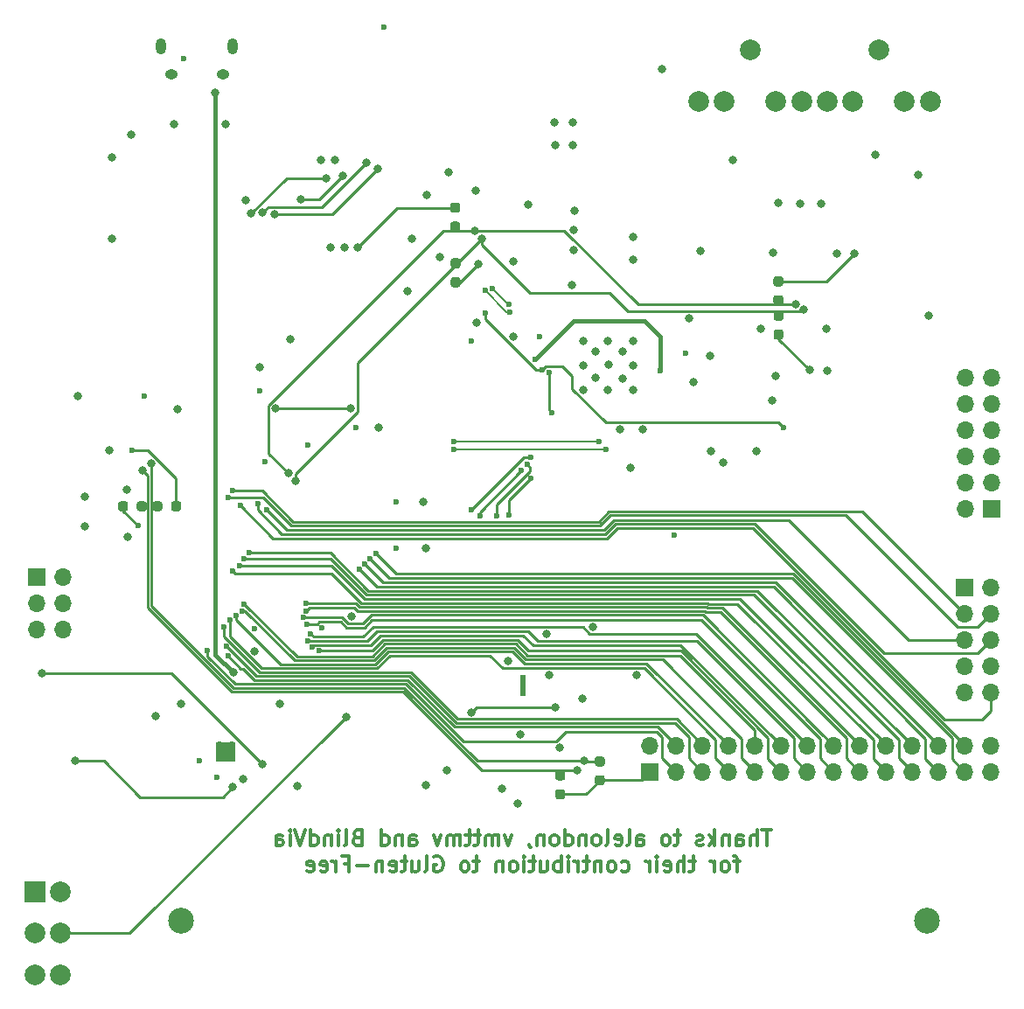
<source format=gbl>
%TF.GenerationSoftware,KiCad,Pcbnew,(5.1.10)-1*%
%TF.CreationDate,2021-10-14T15:05:34-04:00*%
%TF.ProjectId,gf-minus1,67662d6d-696e-4757-9331-2e6b69636164,rev?*%
%TF.SameCoordinates,Original*%
%TF.FileFunction,Copper,L4,Bot*%
%TF.FilePolarity,Positive*%
%FSLAX46Y46*%
G04 Gerber Fmt 4.6, Leading zero omitted, Abs format (unit mm)*
G04 Created by KiCad (PCBNEW (5.1.10)-1) date 2021-10-14 15:05:34*
%MOMM*%
%LPD*%
G01*
G04 APERTURE LIST*
%TA.AperFunction,NonConductor*%
%ADD10C,0.300000*%
%TD*%
%TA.AperFunction,ComponentPad*%
%ADD11R,1.700000X1.700000*%
%TD*%
%TA.AperFunction,ComponentPad*%
%ADD12O,1.700000X1.700000*%
%TD*%
%TA.AperFunction,ComponentPad*%
%ADD13C,0.600000*%
%TD*%
%TA.AperFunction,SMDPad,CuDef*%
%ADD14R,0.600000X2.000000*%
%TD*%
%TA.AperFunction,ComponentPad*%
%ADD15C,0.700000*%
%TD*%
%TA.AperFunction,SMDPad,CuDef*%
%ADD16R,1.900000X1.900000*%
%TD*%
%TA.AperFunction,ComponentPad*%
%ADD17R,2.000000X2.000000*%
%TD*%
%TA.AperFunction,ComponentPad*%
%ADD18C,2.000000*%
%TD*%
%TA.AperFunction,ComponentPad*%
%ADD19O,1.000000X1.550000*%
%TD*%
%TA.AperFunction,ComponentPad*%
%ADD20O,1.250000X0.950000*%
%TD*%
%TA.AperFunction,ComponentPad*%
%ADD21C,2.500000*%
%TD*%
%TA.AperFunction,ViaPad*%
%ADD22C,0.800000*%
%TD*%
%TA.AperFunction,ViaPad*%
%ADD23C,0.600000*%
%TD*%
%TA.AperFunction,Conductor*%
%ADD24C,0.400000*%
%TD*%
%TA.AperFunction,Conductor*%
%ADD25C,0.250000*%
%TD*%
%TA.AperFunction,Conductor*%
%ADD26C,0.127000*%
%TD*%
G04 APERTURE END LIST*
D10*
X125779428Y-128988571D02*
X124922285Y-128988571D01*
X125350857Y-130488571D02*
X125350857Y-128988571D01*
X124422285Y-130488571D02*
X124422285Y-128988571D01*
X123779428Y-130488571D02*
X123779428Y-129702857D01*
X123850857Y-129560000D01*
X123993714Y-129488571D01*
X124208000Y-129488571D01*
X124350857Y-129560000D01*
X124422285Y-129631428D01*
X122422285Y-130488571D02*
X122422285Y-129702857D01*
X122493714Y-129560000D01*
X122636571Y-129488571D01*
X122922285Y-129488571D01*
X123065142Y-129560000D01*
X122422285Y-130417142D02*
X122565142Y-130488571D01*
X122922285Y-130488571D01*
X123065142Y-130417142D01*
X123136571Y-130274285D01*
X123136571Y-130131428D01*
X123065142Y-129988571D01*
X122922285Y-129917142D01*
X122565142Y-129917142D01*
X122422285Y-129845714D01*
X121708000Y-129488571D02*
X121708000Y-130488571D01*
X121708000Y-129631428D02*
X121636571Y-129560000D01*
X121493714Y-129488571D01*
X121279428Y-129488571D01*
X121136571Y-129560000D01*
X121065142Y-129702857D01*
X121065142Y-130488571D01*
X120350857Y-130488571D02*
X120350857Y-128988571D01*
X120208000Y-129917142D02*
X119779428Y-130488571D01*
X119779428Y-129488571D02*
X120350857Y-130060000D01*
X119208000Y-130417142D02*
X119065142Y-130488571D01*
X118779428Y-130488571D01*
X118636571Y-130417142D01*
X118565142Y-130274285D01*
X118565142Y-130202857D01*
X118636571Y-130060000D01*
X118779428Y-129988571D01*
X118993714Y-129988571D01*
X119136571Y-129917142D01*
X119208000Y-129774285D01*
X119208000Y-129702857D01*
X119136571Y-129560000D01*
X118993714Y-129488571D01*
X118779428Y-129488571D01*
X118636571Y-129560000D01*
X116993714Y-129488571D02*
X116422285Y-129488571D01*
X116779428Y-128988571D02*
X116779428Y-130274285D01*
X116708000Y-130417142D01*
X116565142Y-130488571D01*
X116422285Y-130488571D01*
X115707999Y-130488571D02*
X115850857Y-130417142D01*
X115922285Y-130345714D01*
X115993714Y-130202857D01*
X115993714Y-129774285D01*
X115922285Y-129631428D01*
X115850857Y-129560000D01*
X115707999Y-129488571D01*
X115493714Y-129488571D01*
X115350857Y-129560000D01*
X115279428Y-129631428D01*
X115207999Y-129774285D01*
X115207999Y-130202857D01*
X115279428Y-130345714D01*
X115350857Y-130417142D01*
X115493714Y-130488571D01*
X115707999Y-130488571D01*
X112779428Y-130488571D02*
X112779428Y-129702857D01*
X112850857Y-129560000D01*
X112993714Y-129488571D01*
X113279428Y-129488571D01*
X113422285Y-129560000D01*
X112779428Y-130417142D02*
X112922285Y-130488571D01*
X113279428Y-130488571D01*
X113422285Y-130417142D01*
X113493714Y-130274285D01*
X113493714Y-130131428D01*
X113422285Y-129988571D01*
X113279428Y-129917142D01*
X112922285Y-129917142D01*
X112779428Y-129845714D01*
X111850857Y-130488571D02*
X111993714Y-130417142D01*
X112065142Y-130274285D01*
X112065142Y-128988571D01*
X110707999Y-130417142D02*
X110850857Y-130488571D01*
X111136571Y-130488571D01*
X111279428Y-130417142D01*
X111350857Y-130274285D01*
X111350857Y-129702857D01*
X111279428Y-129560000D01*
X111136571Y-129488571D01*
X110850857Y-129488571D01*
X110707999Y-129560000D01*
X110636571Y-129702857D01*
X110636571Y-129845714D01*
X111350857Y-129988571D01*
X109779428Y-130488571D02*
X109922285Y-130417142D01*
X109993714Y-130274285D01*
X109993714Y-128988571D01*
X108993714Y-130488571D02*
X109136571Y-130417142D01*
X109207999Y-130345714D01*
X109279428Y-130202857D01*
X109279428Y-129774285D01*
X109207999Y-129631428D01*
X109136571Y-129560000D01*
X108993714Y-129488571D01*
X108779428Y-129488571D01*
X108636571Y-129560000D01*
X108565142Y-129631428D01*
X108493714Y-129774285D01*
X108493714Y-130202857D01*
X108565142Y-130345714D01*
X108636571Y-130417142D01*
X108779428Y-130488571D01*
X108993714Y-130488571D01*
X107850857Y-129488571D02*
X107850857Y-130488571D01*
X107850857Y-129631428D02*
X107779428Y-129560000D01*
X107636571Y-129488571D01*
X107422285Y-129488571D01*
X107279428Y-129560000D01*
X107207999Y-129702857D01*
X107207999Y-130488571D01*
X105850857Y-130488571D02*
X105850857Y-128988571D01*
X105850857Y-130417142D02*
X105993714Y-130488571D01*
X106279428Y-130488571D01*
X106422285Y-130417142D01*
X106493714Y-130345714D01*
X106565142Y-130202857D01*
X106565142Y-129774285D01*
X106493714Y-129631428D01*
X106422285Y-129560000D01*
X106279428Y-129488571D01*
X105993714Y-129488571D01*
X105850857Y-129560000D01*
X104922285Y-130488571D02*
X105065142Y-130417142D01*
X105136571Y-130345714D01*
X105207999Y-130202857D01*
X105207999Y-129774285D01*
X105136571Y-129631428D01*
X105065142Y-129560000D01*
X104922285Y-129488571D01*
X104707999Y-129488571D01*
X104565142Y-129560000D01*
X104493714Y-129631428D01*
X104422285Y-129774285D01*
X104422285Y-130202857D01*
X104493714Y-130345714D01*
X104565142Y-130417142D01*
X104707999Y-130488571D01*
X104922285Y-130488571D01*
X103779428Y-129488571D02*
X103779428Y-130488571D01*
X103779428Y-129631428D02*
X103707999Y-129560000D01*
X103565142Y-129488571D01*
X103350857Y-129488571D01*
X103207999Y-129560000D01*
X103136571Y-129702857D01*
X103136571Y-130488571D01*
X102350857Y-130417142D02*
X102350857Y-130488571D01*
X102422285Y-130631428D01*
X102493714Y-130702857D01*
X100707999Y-129488571D02*
X100350857Y-130488571D01*
X99993714Y-129488571D01*
X99422285Y-130488571D02*
X99422285Y-129488571D01*
X99422285Y-129631428D02*
X99350857Y-129560000D01*
X99207999Y-129488571D01*
X98993714Y-129488571D01*
X98850857Y-129560000D01*
X98779428Y-129702857D01*
X98779428Y-130488571D01*
X98779428Y-129702857D02*
X98707999Y-129560000D01*
X98565142Y-129488571D01*
X98350857Y-129488571D01*
X98207999Y-129560000D01*
X98136571Y-129702857D01*
X98136571Y-130488571D01*
X97636571Y-129488571D02*
X97065142Y-129488571D01*
X97422285Y-128988571D02*
X97422285Y-130274285D01*
X97350857Y-130417142D01*
X97207999Y-130488571D01*
X97065142Y-130488571D01*
X96779428Y-129488571D02*
X96207999Y-129488571D01*
X96565142Y-128988571D02*
X96565142Y-130274285D01*
X96493714Y-130417142D01*
X96350857Y-130488571D01*
X96207999Y-130488571D01*
X95707999Y-130488571D02*
X95707999Y-129488571D01*
X95707999Y-129631428D02*
X95636571Y-129560000D01*
X95493714Y-129488571D01*
X95279428Y-129488571D01*
X95136571Y-129560000D01*
X95065142Y-129702857D01*
X95065142Y-130488571D01*
X95065142Y-129702857D02*
X94993714Y-129560000D01*
X94850857Y-129488571D01*
X94636571Y-129488571D01*
X94493714Y-129560000D01*
X94422285Y-129702857D01*
X94422285Y-130488571D01*
X93850857Y-129488571D02*
X93493714Y-130488571D01*
X93136571Y-129488571D01*
X90779428Y-130488571D02*
X90779428Y-129702857D01*
X90850857Y-129560000D01*
X90993714Y-129488571D01*
X91279428Y-129488571D01*
X91422285Y-129560000D01*
X90779428Y-130417142D02*
X90922285Y-130488571D01*
X91279428Y-130488571D01*
X91422285Y-130417142D01*
X91493714Y-130274285D01*
X91493714Y-130131428D01*
X91422285Y-129988571D01*
X91279428Y-129917142D01*
X90922285Y-129917142D01*
X90779428Y-129845714D01*
X90065142Y-129488571D02*
X90065142Y-130488571D01*
X90065142Y-129631428D02*
X89993714Y-129560000D01*
X89850857Y-129488571D01*
X89636571Y-129488571D01*
X89493714Y-129560000D01*
X89422285Y-129702857D01*
X89422285Y-130488571D01*
X88065142Y-130488571D02*
X88065142Y-128988571D01*
X88065142Y-130417142D02*
X88207999Y-130488571D01*
X88493714Y-130488571D01*
X88636571Y-130417142D01*
X88707999Y-130345714D01*
X88779428Y-130202857D01*
X88779428Y-129774285D01*
X88707999Y-129631428D01*
X88636571Y-129560000D01*
X88493714Y-129488571D01*
X88207999Y-129488571D01*
X88065142Y-129560000D01*
X85707999Y-129702857D02*
X85493714Y-129774285D01*
X85422285Y-129845714D01*
X85350857Y-129988571D01*
X85350857Y-130202857D01*
X85422285Y-130345714D01*
X85493714Y-130417142D01*
X85636571Y-130488571D01*
X86207999Y-130488571D01*
X86207999Y-128988571D01*
X85707999Y-128988571D01*
X85565142Y-129060000D01*
X85493714Y-129131428D01*
X85422285Y-129274285D01*
X85422285Y-129417142D01*
X85493714Y-129560000D01*
X85565142Y-129631428D01*
X85707999Y-129702857D01*
X86207999Y-129702857D01*
X84493714Y-130488571D02*
X84636571Y-130417142D01*
X84707999Y-130274285D01*
X84707999Y-128988571D01*
X83922285Y-130488571D02*
X83922285Y-129488571D01*
X83922285Y-128988571D02*
X83993714Y-129060000D01*
X83922285Y-129131428D01*
X83850857Y-129060000D01*
X83922285Y-128988571D01*
X83922285Y-129131428D01*
X83207999Y-129488571D02*
X83207999Y-130488571D01*
X83207999Y-129631428D02*
X83136571Y-129560000D01*
X82993714Y-129488571D01*
X82779428Y-129488571D01*
X82636571Y-129560000D01*
X82565142Y-129702857D01*
X82565142Y-130488571D01*
X81207999Y-130488571D02*
X81207999Y-128988571D01*
X81207999Y-130417142D02*
X81350857Y-130488571D01*
X81636571Y-130488571D01*
X81779428Y-130417142D01*
X81850857Y-130345714D01*
X81922285Y-130202857D01*
X81922285Y-129774285D01*
X81850857Y-129631428D01*
X81779428Y-129560000D01*
X81636571Y-129488571D01*
X81350857Y-129488571D01*
X81207999Y-129560000D01*
X80707999Y-128988571D02*
X80207999Y-130488571D01*
X79707999Y-128988571D01*
X79207999Y-130488571D02*
X79207999Y-129488571D01*
X79207999Y-128988571D02*
X79279428Y-129060000D01*
X79207999Y-129131428D01*
X79136571Y-129060000D01*
X79207999Y-128988571D01*
X79207999Y-129131428D01*
X77850857Y-130488571D02*
X77850857Y-129702857D01*
X77922285Y-129560000D01*
X78065142Y-129488571D01*
X78350857Y-129488571D01*
X78493714Y-129560000D01*
X77850857Y-130417142D02*
X77993714Y-130488571D01*
X78350857Y-130488571D01*
X78493714Y-130417142D01*
X78565142Y-130274285D01*
X78565142Y-130131428D01*
X78493714Y-129988571D01*
X78350857Y-129917142D01*
X77993714Y-129917142D01*
X77850857Y-129845714D01*
X122743714Y-132038571D02*
X122172285Y-132038571D01*
X122529428Y-133038571D02*
X122529428Y-131752857D01*
X122458000Y-131610000D01*
X122315142Y-131538571D01*
X122172285Y-131538571D01*
X121458000Y-133038571D02*
X121600857Y-132967142D01*
X121672285Y-132895714D01*
X121743714Y-132752857D01*
X121743714Y-132324285D01*
X121672285Y-132181428D01*
X121600857Y-132110000D01*
X121458000Y-132038571D01*
X121243714Y-132038571D01*
X121100857Y-132110000D01*
X121029428Y-132181428D01*
X120958000Y-132324285D01*
X120958000Y-132752857D01*
X121029428Y-132895714D01*
X121100857Y-132967142D01*
X121243714Y-133038571D01*
X121458000Y-133038571D01*
X120315142Y-133038571D02*
X120315142Y-132038571D01*
X120315142Y-132324285D02*
X120243714Y-132181428D01*
X120172285Y-132110000D01*
X120029428Y-132038571D01*
X119886571Y-132038571D01*
X118458000Y-132038571D02*
X117886571Y-132038571D01*
X118243714Y-131538571D02*
X118243714Y-132824285D01*
X118172285Y-132967142D01*
X118029428Y-133038571D01*
X117886571Y-133038571D01*
X117386571Y-133038571D02*
X117386571Y-131538571D01*
X116743714Y-133038571D02*
X116743714Y-132252857D01*
X116815142Y-132110000D01*
X116958000Y-132038571D01*
X117172285Y-132038571D01*
X117315142Y-132110000D01*
X117386571Y-132181428D01*
X115458000Y-132967142D02*
X115600857Y-133038571D01*
X115886571Y-133038571D01*
X116029428Y-132967142D01*
X116100857Y-132824285D01*
X116100857Y-132252857D01*
X116029428Y-132110000D01*
X115886571Y-132038571D01*
X115600857Y-132038571D01*
X115458000Y-132110000D01*
X115386571Y-132252857D01*
X115386571Y-132395714D01*
X116100857Y-132538571D01*
X114743714Y-133038571D02*
X114743714Y-132038571D01*
X114743714Y-131538571D02*
X114815142Y-131610000D01*
X114743714Y-131681428D01*
X114672285Y-131610000D01*
X114743714Y-131538571D01*
X114743714Y-131681428D01*
X114029428Y-133038571D02*
X114029428Y-132038571D01*
X114029428Y-132324285D02*
X113958000Y-132181428D01*
X113886571Y-132110000D01*
X113743714Y-132038571D01*
X113600857Y-132038571D01*
X111315142Y-132967142D02*
X111458000Y-133038571D01*
X111743714Y-133038571D01*
X111886571Y-132967142D01*
X111958000Y-132895714D01*
X112029428Y-132752857D01*
X112029428Y-132324285D01*
X111958000Y-132181428D01*
X111886571Y-132110000D01*
X111743714Y-132038571D01*
X111458000Y-132038571D01*
X111315142Y-132110000D01*
X110458000Y-133038571D02*
X110600857Y-132967142D01*
X110672285Y-132895714D01*
X110743714Y-132752857D01*
X110743714Y-132324285D01*
X110672285Y-132181428D01*
X110600857Y-132110000D01*
X110458000Y-132038571D01*
X110243714Y-132038571D01*
X110100857Y-132110000D01*
X110029428Y-132181428D01*
X109958000Y-132324285D01*
X109958000Y-132752857D01*
X110029428Y-132895714D01*
X110100857Y-132967142D01*
X110243714Y-133038571D01*
X110458000Y-133038571D01*
X109315142Y-132038571D02*
X109315142Y-133038571D01*
X109315142Y-132181428D02*
X109243714Y-132110000D01*
X109100857Y-132038571D01*
X108886571Y-132038571D01*
X108743714Y-132110000D01*
X108672285Y-132252857D01*
X108672285Y-133038571D01*
X108172285Y-132038571D02*
X107600857Y-132038571D01*
X107958000Y-131538571D02*
X107958000Y-132824285D01*
X107886571Y-132967142D01*
X107743714Y-133038571D01*
X107600857Y-133038571D01*
X107100857Y-133038571D02*
X107100857Y-132038571D01*
X107100857Y-132324285D02*
X107029428Y-132181428D01*
X106958000Y-132110000D01*
X106815142Y-132038571D01*
X106672285Y-132038571D01*
X106172285Y-133038571D02*
X106172285Y-132038571D01*
X106172285Y-131538571D02*
X106243714Y-131610000D01*
X106172285Y-131681428D01*
X106100857Y-131610000D01*
X106172285Y-131538571D01*
X106172285Y-131681428D01*
X105458000Y-133038571D02*
X105458000Y-131538571D01*
X105458000Y-132110000D02*
X105315142Y-132038571D01*
X105029428Y-132038571D01*
X104886571Y-132110000D01*
X104815142Y-132181428D01*
X104743714Y-132324285D01*
X104743714Y-132752857D01*
X104815142Y-132895714D01*
X104886571Y-132967142D01*
X105029428Y-133038571D01*
X105315142Y-133038571D01*
X105458000Y-132967142D01*
X103458000Y-132038571D02*
X103458000Y-133038571D01*
X104100857Y-132038571D02*
X104100857Y-132824285D01*
X104029428Y-132967142D01*
X103886571Y-133038571D01*
X103672285Y-133038571D01*
X103529428Y-132967142D01*
X103458000Y-132895714D01*
X102958000Y-132038571D02*
X102386571Y-132038571D01*
X102743714Y-131538571D02*
X102743714Y-132824285D01*
X102672285Y-132967142D01*
X102529428Y-133038571D01*
X102386571Y-133038571D01*
X101886571Y-133038571D02*
X101886571Y-132038571D01*
X101886571Y-131538571D02*
X101958000Y-131610000D01*
X101886571Y-131681428D01*
X101815142Y-131610000D01*
X101886571Y-131538571D01*
X101886571Y-131681428D01*
X100958000Y-133038571D02*
X101100857Y-132967142D01*
X101172285Y-132895714D01*
X101243714Y-132752857D01*
X101243714Y-132324285D01*
X101172285Y-132181428D01*
X101100857Y-132110000D01*
X100958000Y-132038571D01*
X100743714Y-132038571D01*
X100600857Y-132110000D01*
X100529428Y-132181428D01*
X100458000Y-132324285D01*
X100458000Y-132752857D01*
X100529428Y-132895714D01*
X100600857Y-132967142D01*
X100743714Y-133038571D01*
X100958000Y-133038571D01*
X99815142Y-132038571D02*
X99815142Y-133038571D01*
X99815142Y-132181428D02*
X99743714Y-132110000D01*
X99600857Y-132038571D01*
X99386571Y-132038571D01*
X99243714Y-132110000D01*
X99172285Y-132252857D01*
X99172285Y-133038571D01*
X97529428Y-132038571D02*
X96958000Y-132038571D01*
X97315142Y-131538571D02*
X97315142Y-132824285D01*
X97243714Y-132967142D01*
X97100857Y-133038571D01*
X96958000Y-133038571D01*
X96243714Y-133038571D02*
X96386571Y-132967142D01*
X96458000Y-132895714D01*
X96529428Y-132752857D01*
X96529428Y-132324285D01*
X96458000Y-132181428D01*
X96386571Y-132110000D01*
X96243714Y-132038571D01*
X96029428Y-132038571D01*
X95886571Y-132110000D01*
X95815142Y-132181428D01*
X95743714Y-132324285D01*
X95743714Y-132752857D01*
X95815142Y-132895714D01*
X95886571Y-132967142D01*
X96029428Y-133038571D01*
X96243714Y-133038571D01*
X93172285Y-131610000D02*
X93315142Y-131538571D01*
X93529428Y-131538571D01*
X93743714Y-131610000D01*
X93886571Y-131752857D01*
X93958000Y-131895714D01*
X94029428Y-132181428D01*
X94029428Y-132395714D01*
X93958000Y-132681428D01*
X93886571Y-132824285D01*
X93743714Y-132967142D01*
X93529428Y-133038571D01*
X93386571Y-133038571D01*
X93172285Y-132967142D01*
X93100857Y-132895714D01*
X93100857Y-132395714D01*
X93386571Y-132395714D01*
X92243714Y-133038571D02*
X92386571Y-132967142D01*
X92458000Y-132824285D01*
X92458000Y-131538571D01*
X91029428Y-132038571D02*
X91029428Y-133038571D01*
X91672285Y-132038571D02*
X91672285Y-132824285D01*
X91600857Y-132967142D01*
X91458000Y-133038571D01*
X91243714Y-133038571D01*
X91100857Y-132967142D01*
X91029428Y-132895714D01*
X90529428Y-132038571D02*
X89958000Y-132038571D01*
X90315142Y-131538571D02*
X90315142Y-132824285D01*
X90243714Y-132967142D01*
X90100857Y-133038571D01*
X89958000Y-133038571D01*
X88886571Y-132967142D02*
X89029428Y-133038571D01*
X89315142Y-133038571D01*
X89458000Y-132967142D01*
X89529428Y-132824285D01*
X89529428Y-132252857D01*
X89458000Y-132110000D01*
X89315142Y-132038571D01*
X89029428Y-132038571D01*
X88886571Y-132110000D01*
X88815142Y-132252857D01*
X88815142Y-132395714D01*
X89529428Y-132538571D01*
X88172285Y-132038571D02*
X88172285Y-133038571D01*
X88172285Y-132181428D02*
X88100857Y-132110000D01*
X87958000Y-132038571D01*
X87743714Y-132038571D01*
X87600857Y-132110000D01*
X87529428Y-132252857D01*
X87529428Y-133038571D01*
X86815142Y-132467142D02*
X85672285Y-132467142D01*
X84458000Y-132252857D02*
X84958000Y-132252857D01*
X84958000Y-133038571D02*
X84958000Y-131538571D01*
X84243714Y-131538571D01*
X83672285Y-133038571D02*
X83672285Y-132038571D01*
X83672285Y-132324285D02*
X83600857Y-132181428D01*
X83529428Y-132110000D01*
X83386571Y-132038571D01*
X83243714Y-132038571D01*
X82172285Y-132967142D02*
X82315142Y-133038571D01*
X82600857Y-133038571D01*
X82743714Y-132967142D01*
X82815142Y-132824285D01*
X82815142Y-132252857D01*
X82743714Y-132110000D01*
X82600857Y-132038571D01*
X82315142Y-132038571D01*
X82172285Y-132110000D01*
X82100857Y-132252857D01*
X82100857Y-132395714D01*
X82815142Y-132538571D01*
X80886571Y-132967142D02*
X81029428Y-133038571D01*
X81315142Y-133038571D01*
X81458000Y-132967142D01*
X81529428Y-132824285D01*
X81529428Y-132252857D01*
X81458000Y-132110000D01*
X81315142Y-132038571D01*
X81029428Y-132038571D01*
X80886571Y-132110000D01*
X80815142Y-132252857D01*
X80815142Y-132395714D01*
X81529428Y-132538571D01*
%TA.AperFunction,SMDPad,CuDef*%
G36*
G01*
X109447500Y-124672500D02*
X108972500Y-124672500D01*
G75*
G02*
X108735000Y-124435000I0J237500D01*
G01*
X108735000Y-123935000D01*
G75*
G02*
X108972500Y-123697500I237500J0D01*
G01*
X109447500Y-123697500D01*
G75*
G02*
X109685000Y-123935000I0J-237500D01*
G01*
X109685000Y-124435000D01*
G75*
G02*
X109447500Y-124672500I-237500J0D01*
G01*
G37*
%TD.AperFunction*%
%TA.AperFunction,SMDPad,CuDef*%
G36*
G01*
X109447500Y-122847500D02*
X108972500Y-122847500D01*
G75*
G02*
X108735000Y-122610000I0J237500D01*
G01*
X108735000Y-122110000D01*
G75*
G02*
X108972500Y-121872500I237500J0D01*
G01*
X109447500Y-121872500D01*
G75*
G02*
X109685000Y-122110000I0J-237500D01*
G01*
X109685000Y-122610000D01*
G75*
G02*
X109447500Y-122847500I-237500J0D01*
G01*
G37*
%TD.AperFunction*%
%TA.AperFunction,SMDPad,CuDef*%
G36*
G01*
X105617500Y-126012500D02*
X105142500Y-126012500D01*
G75*
G02*
X104905000Y-125775000I0J237500D01*
G01*
X104905000Y-125275000D01*
G75*
G02*
X105142500Y-125037500I237500J0D01*
G01*
X105617500Y-125037500D01*
G75*
G02*
X105855000Y-125275000I0J-237500D01*
G01*
X105855000Y-125775000D01*
G75*
G02*
X105617500Y-126012500I-237500J0D01*
G01*
G37*
%TD.AperFunction*%
%TA.AperFunction,SMDPad,CuDef*%
G36*
G01*
X105617500Y-124187500D02*
X105142500Y-124187500D01*
G75*
G02*
X104905000Y-123950000I0J237500D01*
G01*
X104905000Y-123450000D01*
G75*
G02*
X105142500Y-123212500I237500J0D01*
G01*
X105617500Y-123212500D01*
G75*
G02*
X105855000Y-123450000I0J-237500D01*
G01*
X105855000Y-123950000D01*
G75*
G02*
X105617500Y-124187500I-237500J0D01*
G01*
G37*
%TD.AperFunction*%
%TA.AperFunction,SMDPad,CuDef*%
G36*
G01*
X126262500Y-75380000D02*
X126737500Y-75380000D01*
G75*
G02*
X126975000Y-75617500I0J-237500D01*
G01*
X126975000Y-76117500D01*
G75*
G02*
X126737500Y-76355000I-237500J0D01*
G01*
X126262500Y-76355000D01*
G75*
G02*
X126025000Y-76117500I0J237500D01*
G01*
X126025000Y-75617500D01*
G75*
G02*
X126262500Y-75380000I237500J0D01*
G01*
G37*
%TD.AperFunction*%
%TA.AperFunction,SMDPad,CuDef*%
G36*
G01*
X126262500Y-77205000D02*
X126737500Y-77205000D01*
G75*
G02*
X126975000Y-77442500I0J-237500D01*
G01*
X126975000Y-77942500D01*
G75*
G02*
X126737500Y-78180000I-237500J0D01*
G01*
X126262500Y-78180000D01*
G75*
G02*
X126025000Y-77942500I0J237500D01*
G01*
X126025000Y-77442500D01*
G75*
G02*
X126262500Y-77205000I237500J0D01*
G01*
G37*
%TD.AperFunction*%
%TA.AperFunction,SMDPad,CuDef*%
G36*
G01*
X126747500Y-81502500D02*
X126272500Y-81502500D01*
G75*
G02*
X126035000Y-81265000I0J237500D01*
G01*
X126035000Y-80765000D01*
G75*
G02*
X126272500Y-80527500I237500J0D01*
G01*
X126747500Y-80527500D01*
G75*
G02*
X126985000Y-80765000I0J-237500D01*
G01*
X126985000Y-81265000D01*
G75*
G02*
X126747500Y-81502500I-237500J0D01*
G01*
G37*
%TD.AperFunction*%
%TA.AperFunction,SMDPad,CuDef*%
G36*
G01*
X126747500Y-79677500D02*
X126272500Y-79677500D01*
G75*
G02*
X126035000Y-79440000I0J237500D01*
G01*
X126035000Y-78940000D01*
G75*
G02*
X126272500Y-78702500I237500J0D01*
G01*
X126747500Y-78702500D01*
G75*
G02*
X126985000Y-78940000I0J-237500D01*
G01*
X126985000Y-79440000D01*
G75*
G02*
X126747500Y-79677500I-237500J0D01*
G01*
G37*
%TD.AperFunction*%
%TA.AperFunction,SMDPad,CuDef*%
G36*
G01*
X94972500Y-68257500D02*
X95447500Y-68257500D01*
G75*
G02*
X95685000Y-68495000I0J-237500D01*
G01*
X95685000Y-68995000D01*
G75*
G02*
X95447500Y-69232500I-237500J0D01*
G01*
X94972500Y-69232500D01*
G75*
G02*
X94735000Y-68995000I0J237500D01*
G01*
X94735000Y-68495000D01*
G75*
G02*
X94972500Y-68257500I237500J0D01*
G01*
G37*
%TD.AperFunction*%
%TA.AperFunction,SMDPad,CuDef*%
G36*
G01*
X94972500Y-70082500D02*
X95447500Y-70082500D01*
G75*
G02*
X95685000Y-70320000I0J-237500D01*
G01*
X95685000Y-70820000D01*
G75*
G02*
X95447500Y-71057500I-237500J0D01*
G01*
X94972500Y-71057500D01*
G75*
G02*
X94735000Y-70820000I0J237500D01*
G01*
X94735000Y-70320000D01*
G75*
G02*
X94972500Y-70082500I237500J0D01*
G01*
G37*
%TD.AperFunction*%
%TA.AperFunction,SMDPad,CuDef*%
G36*
G01*
X95487500Y-76440000D02*
X95012500Y-76440000D01*
G75*
G02*
X94775000Y-76202500I0J237500D01*
G01*
X94775000Y-75702500D01*
G75*
G02*
X95012500Y-75465000I237500J0D01*
G01*
X95487500Y-75465000D01*
G75*
G02*
X95725000Y-75702500I0J-237500D01*
G01*
X95725000Y-76202500D01*
G75*
G02*
X95487500Y-76440000I-237500J0D01*
G01*
G37*
%TD.AperFunction*%
%TA.AperFunction,SMDPad,CuDef*%
G36*
G01*
X95487500Y-74615000D02*
X95012500Y-74615000D01*
G75*
G02*
X94775000Y-74377500I0J237500D01*
G01*
X94775000Y-73877500D01*
G75*
G02*
X95012500Y-73640000I237500J0D01*
G01*
X95487500Y-73640000D01*
G75*
G02*
X95725000Y-73877500I0J-237500D01*
G01*
X95725000Y-74377500D01*
G75*
G02*
X95487500Y-74615000I-237500J0D01*
G01*
G37*
%TD.AperFunction*%
%TA.AperFunction,SMDPad,CuDef*%
G36*
G01*
X68680000Y-97402500D02*
X68680000Y-97877500D01*
G75*
G02*
X68442500Y-98115000I-237500J0D01*
G01*
X67942500Y-98115000D01*
G75*
G02*
X67705000Y-97877500I0J237500D01*
G01*
X67705000Y-97402500D01*
G75*
G02*
X67942500Y-97165000I237500J0D01*
G01*
X68442500Y-97165000D01*
G75*
G02*
X68680000Y-97402500I0J-237500D01*
G01*
G37*
%TD.AperFunction*%
%TA.AperFunction,SMDPad,CuDef*%
G36*
G01*
X66855000Y-97402500D02*
X66855000Y-97877500D01*
G75*
G02*
X66617500Y-98115000I-237500J0D01*
G01*
X66117500Y-98115000D01*
G75*
G02*
X65880000Y-97877500I0J237500D01*
G01*
X65880000Y-97402500D01*
G75*
G02*
X66117500Y-97165000I237500J0D01*
G01*
X66617500Y-97165000D01*
G75*
G02*
X66855000Y-97402500I0J-237500D01*
G01*
G37*
%TD.AperFunction*%
%TA.AperFunction,SMDPad,CuDef*%
G36*
G01*
X62560000Y-97887500D02*
X62560000Y-97412500D01*
G75*
G02*
X62797500Y-97175000I237500J0D01*
G01*
X63297500Y-97175000D01*
G75*
G02*
X63535000Y-97412500I0J-237500D01*
G01*
X63535000Y-97887500D01*
G75*
G02*
X63297500Y-98125000I-237500J0D01*
G01*
X62797500Y-98125000D01*
G75*
G02*
X62560000Y-97887500I0J237500D01*
G01*
G37*
%TD.AperFunction*%
%TA.AperFunction,SMDPad,CuDef*%
G36*
G01*
X64385000Y-97887500D02*
X64385000Y-97412500D01*
G75*
G02*
X64622500Y-97175000I237500J0D01*
G01*
X65122500Y-97175000D01*
G75*
G02*
X65360000Y-97412500I0J-237500D01*
G01*
X65360000Y-97887500D01*
G75*
G02*
X65122500Y-98125000I-237500J0D01*
G01*
X64622500Y-98125000D01*
G75*
G02*
X64385000Y-97887500I0J237500D01*
G01*
G37*
%TD.AperFunction*%
D11*
X114060000Y-123350000D03*
D12*
X114060000Y-120810000D03*
X116600000Y-123350000D03*
X116600000Y-120810000D03*
X119140000Y-123350000D03*
X119140000Y-120810000D03*
X121680000Y-123350000D03*
X121680000Y-120810000D03*
X124220000Y-123350000D03*
X124220000Y-120810000D03*
X126760000Y-123350000D03*
X126760000Y-120810000D03*
X129300000Y-123350000D03*
X129300000Y-120810000D03*
X131840000Y-123350000D03*
X131840000Y-120810000D03*
X134380000Y-123350000D03*
X134380000Y-120810000D03*
X136920000Y-123350000D03*
X136920000Y-120810000D03*
X139460000Y-123350000D03*
X139460000Y-120810000D03*
X142000000Y-123350000D03*
X142000000Y-120810000D03*
X144540000Y-123350000D03*
X144540000Y-120810000D03*
X147080000Y-123350000D03*
X147080000Y-120810000D03*
D11*
X144560000Y-105558000D03*
D12*
X147100000Y-105558000D03*
X144560000Y-108098000D03*
X147100000Y-108098000D03*
X144560000Y-110638000D03*
X147100000Y-110638000D03*
X144560000Y-113178000D03*
X147100000Y-113178000D03*
X144560000Y-115718000D03*
X147100000Y-115718000D03*
D13*
X101800000Y-114300000D03*
X101800000Y-115700000D03*
D14*
X101800000Y-115000000D03*
D15*
X72400000Y-120800000D03*
X73600000Y-120800000D03*
X72400000Y-122000000D03*
X73600000Y-122000000D03*
D16*
X73000000Y-121400000D03*
D17*
X54500000Y-135000000D03*
D18*
X54500000Y-139000000D03*
X54500000Y-143000000D03*
X57000000Y-135000000D03*
X57000000Y-139000000D03*
X57000000Y-143000000D03*
X118750000Y-58450000D03*
X121250000Y-58450000D03*
X126250000Y-58450000D03*
X128750000Y-58450000D03*
X123750000Y-53450000D03*
X131200000Y-58450000D03*
X133700000Y-58450000D03*
X138700000Y-58450000D03*
X141200000Y-58450000D03*
X136200000Y-53450000D03*
D11*
X54660000Y-104460000D03*
D12*
X57200000Y-104460000D03*
X54660000Y-107000000D03*
X57200000Y-107000000D03*
X54660000Y-109540000D03*
X57200000Y-109540000D03*
X144570000Y-85238000D03*
X147110000Y-85238000D03*
X144570000Y-87778000D03*
X147110000Y-87778000D03*
X144570000Y-90318000D03*
X147110000Y-90318000D03*
X144570000Y-92858000D03*
X147110000Y-92858000D03*
X144570000Y-95398000D03*
X147110000Y-95398000D03*
X144570000Y-97938000D03*
D11*
X147110000Y-97938000D03*
D19*
X66700000Y-53100000D03*
X73700000Y-53100000D03*
D20*
X72700000Y-55800000D03*
X67700000Y-55800000D03*
D21*
X68670000Y-137750000D03*
X140890000Y-137750000D03*
D22*
X72000000Y-57600000D03*
X73750000Y-113750004D03*
X108800000Y-85200000D03*
X111400000Y-85300000D03*
X111400000Y-82700000D03*
X108800000Y-82700000D03*
X110100000Y-83900000D03*
X112400000Y-84000000D03*
X107600000Y-84000000D03*
X110000000Y-86400000D03*
X110000000Y-81600000D03*
X107600000Y-86400000D03*
X112400000Y-86400000D03*
X112400000Y-81600000D03*
X107600000Y-81600000D03*
X101300000Y-126400000D03*
X99700000Y-125000000D03*
X119890000Y-83060000D03*
X92080000Y-97187500D03*
X92330000Y-101687500D03*
X76275000Y-84210000D03*
X90560000Y-76810000D03*
X97280000Y-79895000D03*
X100830000Y-81250000D03*
X131160000Y-80462500D03*
X141040000Y-79200000D03*
X126020000Y-73050000D03*
X124390000Y-92300000D03*
X125930000Y-87400000D03*
X112200000Y-93890000D03*
X78240000Y-116800000D03*
X74700000Y-124040000D03*
X92400000Y-124660000D03*
X108510000Y-109320000D03*
X68025000Y-60680000D03*
X73000000Y-60610000D03*
X63800000Y-61630000D03*
X61980000Y-71775000D03*
X61980000Y-63825000D03*
X94380000Y-123200000D03*
X92450000Y-67490000D03*
X82200000Y-64100000D03*
X104050000Y-110000000D03*
X107525000Y-116275000D03*
X105325000Y-121025000D03*
X101500000Y-119749988D03*
X85160000Y-108340000D03*
X75775000Y-111674962D03*
X59337500Y-99587506D03*
X59337500Y-96737514D03*
X63425000Y-96025000D03*
X63500000Y-100599998D03*
X61712500Y-92187500D03*
X68360012Y-88240000D03*
X106700002Y-72800000D03*
X106700010Y-70900000D03*
X106750002Y-69000000D03*
X94530000Y-65300000D03*
X106600000Y-60450000D03*
X106600000Y-62700000D03*
X91000000Y-71750000D03*
X93750000Y-73500000D03*
X100862500Y-73950000D03*
X112400000Y-73800000D03*
X112400000Y-71600000D03*
X106500000Y-76250000D03*
X97200000Y-67100000D03*
X132125000Y-73175000D03*
X135900000Y-63650000D03*
X140075000Y-65525002D03*
X118950000Y-72899986D03*
X117850004Y-79450000D03*
X124800000Y-80462500D03*
X126200006Y-84999994D03*
X115200000Y-55300000D03*
X66200000Y-118000014D03*
X68699990Y-116800000D03*
X79900000Y-124700010D03*
X131250000Y-84499986D03*
X122100000Y-64150000D03*
X130650000Y-68349946D03*
X128650000Y-68350000D03*
X87774998Y-90025000D03*
D23*
X80930000Y-91700000D03*
X76780000Y-93310000D03*
X88290000Y-51240000D03*
X70400000Y-122250000D03*
X72140000Y-123920000D03*
D22*
X118250000Y-85580000D03*
X102260002Y-68410000D03*
D23*
X68910000Y-54290000D03*
X117500000Y-82800000D03*
X103350000Y-81250000D03*
X96750000Y-81620000D03*
D22*
X83150000Y-72550000D03*
X84500000Y-72550000D03*
X85800000Y-72550000D03*
X74900000Y-68000000D03*
X83550000Y-64100000D03*
D23*
X63950000Y-92187500D03*
X64500000Y-99525000D03*
X75775000Y-109500000D03*
X82275000Y-109450000D03*
X89500000Y-101687500D03*
X89450000Y-97187500D03*
X85600000Y-90025000D03*
X76275000Y-86450000D03*
D22*
X79250000Y-81500000D03*
X133850000Y-73200000D03*
X129525000Y-84450000D03*
X119950000Y-92300000D03*
X121137500Y-93400000D03*
X113350000Y-90200000D03*
X111150000Y-90200000D03*
X100362500Y-112637500D03*
X104350000Y-114000000D03*
X112800000Y-114000000D03*
X97450000Y-74200000D03*
X104900000Y-62700000D03*
X104850000Y-60450000D03*
X58700000Y-87000000D03*
X126450000Y-68300034D03*
D23*
X65070000Y-86960000D03*
X102950000Y-83450000D03*
X115050000Y-84500000D03*
X116400000Y-100450000D03*
X73650000Y-103900000D03*
X74300000Y-103400000D03*
X74767006Y-102739500D03*
X75250000Y-102150000D03*
X76950000Y-97950000D03*
D22*
X64950000Y-94200000D03*
X107000000Y-123250000D03*
X79750000Y-95150000D03*
X97750000Y-71750000D03*
X128921312Y-78614208D03*
D23*
X76100000Y-97397990D03*
D22*
X65800000Y-93535500D03*
X107700000Y-122300000D03*
X79050000Y-94447990D03*
X97100000Y-70950000D03*
X128150000Y-78100000D03*
X75450000Y-69300000D03*
X82740000Y-65880000D03*
X76550000Y-69200000D03*
X86600000Y-64370000D03*
X80302010Y-67922990D03*
X84300000Y-65630000D03*
D23*
X98797104Y-76541658D03*
X100450000Y-78050000D03*
D22*
X77800000Y-88200000D03*
X85100000Y-88200000D03*
D23*
X98100000Y-76748000D03*
X100500000Y-78848000D03*
X95050000Y-91408497D03*
X109100000Y-91400000D03*
X95050000Y-92135500D03*
X109850000Y-92150000D03*
X102500000Y-92900000D03*
X96800000Y-97950000D03*
X101600000Y-94200000D03*
X97600000Y-98593968D03*
X102150000Y-93600000D03*
X99208413Y-98558413D03*
X100450000Y-98500000D03*
X102533152Y-94950000D03*
X87550000Y-102239500D03*
X86964674Y-102739500D03*
X86448012Y-103250961D03*
X85901417Y-103739500D03*
X80750000Y-107050000D03*
X80805758Y-107774860D03*
X80489048Y-108429251D03*
X80889742Y-109035861D03*
X81200000Y-110000000D03*
X80939022Y-110678544D03*
X81356960Y-111273405D03*
X82048324Y-111652000D03*
X74800000Y-107100000D03*
X74570102Y-107789695D03*
X73996474Y-108236329D03*
X73401605Y-108654255D03*
X72849605Y-109350000D03*
X73035630Y-111214370D03*
X73195307Y-112154693D03*
X71200000Y-111650000D03*
X104600000Y-88550000D03*
X104300000Y-84697990D03*
X98100000Y-78950000D03*
X127000000Y-90050000D03*
X103600000Y-84450000D03*
D22*
X77725000Y-69325000D03*
X87700000Y-64970000D03*
X84650000Y-118050000D03*
X76500000Y-122600000D03*
X55200000Y-113800000D03*
X58400017Y-122299983D03*
X73700000Y-124800000D03*
X96800000Y-117600000D03*
X104900000Y-117100000D03*
D23*
X73200000Y-96800000D03*
X73700000Y-96150000D03*
X74400000Y-97600000D03*
D24*
X72000000Y-57600000D02*
X72000000Y-112000004D01*
X72000000Y-112000004D02*
X73750000Y-113750004D01*
D25*
X64500000Y-99525000D02*
X63030000Y-98055000D01*
X63030000Y-98055000D02*
X63030000Y-97730000D01*
X65416962Y-92187500D02*
X63950000Y-92187500D01*
X68165000Y-94935538D02*
X65416962Y-92187500D01*
X68165000Y-97640000D02*
X68165000Y-94935538D01*
X131152500Y-75897500D02*
X133850000Y-73200000D01*
X126500000Y-75897500D02*
X131152500Y-75897500D01*
X126510000Y-81435000D02*
X129525000Y-84450000D01*
X126510000Y-81015000D02*
X126510000Y-81435000D01*
X89605000Y-68745000D02*
X85800000Y-72550000D01*
X95210000Y-68745000D02*
X89605000Y-68745000D01*
X95697500Y-75952500D02*
X97450000Y-74200000D01*
X95250000Y-75952500D02*
X95697500Y-75952500D01*
X105380000Y-125525000D02*
X107875000Y-125525000D01*
X107875000Y-125525000D02*
X109180000Y-124220000D01*
X109210000Y-124185000D02*
X113255000Y-124185000D01*
X113255000Y-124185000D02*
X114030000Y-123410000D01*
D24*
X115050000Y-81200000D02*
X115050000Y-84500000D01*
X113550000Y-79700000D02*
X115050000Y-81200000D01*
X106700000Y-79700000D02*
X113550000Y-79700000D01*
X102950000Y-83450000D02*
X106700000Y-79700000D01*
D25*
X73949999Y-104199999D02*
X83249999Y-104199999D01*
X119668492Y-107018970D02*
X119749522Y-107100000D01*
X83249999Y-104199999D02*
X86068970Y-107018970D01*
X86068970Y-107018970D02*
X119668492Y-107018970D01*
X135700000Y-120250000D02*
X135700000Y-122100000D01*
X135700000Y-122100000D02*
X136950000Y-123350000D01*
X73650000Y-103900000D02*
X73949999Y-104199999D01*
X119749522Y-107100000D02*
X122550000Y-107100000D01*
X122550000Y-107100000D02*
X135700000Y-120250000D01*
X127700000Y-111550000D02*
X136950000Y-120800000D01*
X127597999Y-111447999D02*
X127700000Y-111550000D01*
X74300000Y-103400000D02*
X83200000Y-103400000D01*
X83200000Y-103400000D02*
X86441960Y-106641960D01*
X86441960Y-106641960D02*
X119824656Y-106641960D01*
X119832696Y-106650000D02*
X122800000Y-106650000D01*
X122800000Y-106650000D02*
X123250000Y-107100000D01*
X123250000Y-107100000D02*
X127700000Y-111550000D01*
X119824656Y-106641960D02*
X119832696Y-106650000D01*
X124150000Y-106200000D02*
X138200000Y-120250000D01*
X138200000Y-122050000D02*
X139500000Y-123350000D01*
X86616828Y-106200000D02*
X124150000Y-106200000D01*
X83156328Y-102739500D02*
X86616828Y-106200000D01*
X138200000Y-120250000D02*
X138200000Y-122050000D01*
X74767006Y-102739500D02*
X83156328Y-102739500D01*
X86772990Y-105822989D02*
X104048031Y-105822989D01*
X83100001Y-102150000D02*
X86772990Y-105822989D01*
X124472989Y-105822989D02*
X139450000Y-120800000D01*
X104048031Y-105822989D02*
X124472989Y-105822989D01*
X75250000Y-102150000D02*
X83100001Y-102150000D01*
X90138160Y-115604020D02*
X97784140Y-123250000D01*
X73572710Y-115604020D02*
X90138160Y-115604020D01*
X65422991Y-107454301D02*
X73572710Y-115604020D01*
X64950000Y-94200000D02*
X65422991Y-94672991D01*
X85752001Y-88512961D02*
X85752001Y-83747999D01*
X79750000Y-94514962D02*
X85752001Y-88512961D01*
X79750000Y-95150000D02*
X79750000Y-94514962D01*
X128783519Y-78752001D02*
X128921312Y-78614208D01*
X110145998Y-77000000D02*
X111897999Y-78752001D01*
X102434315Y-77000000D02*
X110145998Y-77000000D01*
X97750000Y-72315685D02*
X102434315Y-77000000D01*
X97750000Y-71750000D02*
X97750000Y-72315685D01*
D26*
X65330000Y-97640000D02*
X65422991Y-97547009D01*
X64872500Y-97640000D02*
X65330000Y-97640000D01*
D25*
X65422991Y-97547009D02*
X65422991Y-107454301D01*
X65422991Y-94672991D02*
X65422991Y-97547009D01*
X126510000Y-78774002D02*
X126532001Y-78752001D01*
X126510000Y-79190000D02*
X126510000Y-78774002D01*
X126532001Y-78752001D02*
X128783519Y-78752001D01*
X111897999Y-78752001D02*
X126532001Y-78752001D01*
X95250000Y-74250000D02*
X95165000Y-74335000D01*
X95250000Y-74127500D02*
X95250000Y-74250000D01*
X95165000Y-74335000D02*
X97750000Y-71750000D01*
X85752001Y-83747999D02*
X95165000Y-74335000D01*
X105380000Y-123330000D02*
X105460000Y-123250000D01*
X105380000Y-123700000D02*
X105380000Y-123330000D01*
X105460000Y-123250000D02*
X107000000Y-123250000D01*
X97784140Y-123250000D02*
X105460000Y-123250000D01*
X78899999Y-99899999D02*
X76950000Y-97950000D01*
X109683653Y-99899999D02*
X78899999Y-99899999D01*
X127495982Y-98995980D02*
X110587672Y-98995980D01*
X139138002Y-110638000D02*
X127495982Y-98995980D01*
X110587672Y-98995980D02*
X109683653Y-99899999D01*
X144560000Y-110638000D02*
X139138002Y-110638000D01*
X97367312Y-122300000D02*
X107700000Y-122300000D01*
X90294322Y-115227010D02*
X97367312Y-122300000D01*
X73728872Y-115227010D02*
X90294322Y-115227010D01*
X65800000Y-107298138D02*
X73728872Y-115227010D01*
X77147999Y-87887039D02*
X94085038Y-70950000D01*
X77147999Y-92545989D02*
X77147999Y-87887039D01*
X79050000Y-94447990D02*
X77147999Y-92545989D01*
X105785048Y-70950000D02*
X112935048Y-78100000D01*
X97100000Y-70950000D02*
X105785048Y-70950000D01*
D26*
X66340000Y-97640000D02*
X65890000Y-97640000D01*
D25*
X65800000Y-97550000D02*
X65800000Y-107298138D01*
D26*
X65890000Y-97640000D02*
X65800000Y-97550000D01*
D25*
X65800000Y-93535500D02*
X65800000Y-97550000D01*
X126500000Y-78010000D02*
X126410000Y-78100000D01*
X126500000Y-77722500D02*
X126500000Y-78010000D01*
X126410000Y-78100000D02*
X128150000Y-78100000D01*
X112935048Y-78100000D02*
X126410000Y-78100000D01*
X95210000Y-70870000D02*
X95130000Y-70950000D01*
X95210000Y-70570000D02*
X95210000Y-70870000D01*
X95130000Y-70950000D02*
X97100000Y-70950000D01*
X94085038Y-70950000D02*
X95130000Y-70950000D01*
X107760000Y-122360000D02*
X107700000Y-122300000D01*
X109210000Y-122360000D02*
X107760000Y-122360000D01*
X78435037Y-100351999D02*
X76100000Y-98016962D01*
X109764827Y-100351999D02*
X78435037Y-100351999D01*
X76100000Y-98016962D02*
X76100000Y-97397990D01*
X110743836Y-99372990D02*
X109764827Y-100351999D01*
X124189335Y-99372989D02*
X110743836Y-99372990D01*
X136724346Y-111908000D02*
X124189335Y-99372989D01*
X145830000Y-111908000D02*
X136724346Y-111908000D01*
X147100000Y-110638000D02*
X145830000Y-111908000D01*
X75450000Y-69300000D02*
X78870000Y-65880000D01*
X78870000Y-65880000D02*
X82740000Y-65880000D01*
X77100000Y-68650000D02*
X76550000Y-69200000D01*
X82320000Y-68650000D02*
X77100000Y-68650000D01*
X86600000Y-64370000D02*
X82320000Y-68650000D01*
X82007010Y-67922990D02*
X80302010Y-67922990D01*
X84300000Y-65630000D02*
X82007010Y-67922990D01*
D26*
X100305446Y-78050000D02*
X100450000Y-78050000D01*
X98797104Y-76541658D02*
X100305446Y-78050000D01*
D25*
X77800000Y-88200000D02*
X85100000Y-88200000D01*
D26*
X100200000Y-78848000D02*
X100500000Y-78848000D01*
X98100000Y-76748000D02*
X100200000Y-78848000D01*
X109091503Y-91408497D02*
X109100000Y-91400000D01*
X95050000Y-91408497D02*
X109091503Y-91408497D01*
X109835500Y-92135500D02*
X109850000Y-92150000D01*
X95050000Y-92135500D02*
X109835500Y-92135500D01*
D25*
X101850000Y-92900000D02*
X96800000Y-97950000D01*
X102500000Y-92900000D02*
X101850000Y-92900000D01*
X101600000Y-94200000D02*
X97600000Y-98200000D01*
X97600000Y-98200000D02*
X97600000Y-98593968D01*
X102449999Y-94216191D02*
X99208413Y-97457777D01*
X99208413Y-97457777D02*
X99208413Y-98558413D01*
X102449999Y-93899999D02*
X102449999Y-94216191D01*
X102150000Y-93600000D02*
X102449999Y-93899999D01*
X100450000Y-97033152D02*
X102533152Y-94950000D01*
X100450000Y-98500000D02*
X100450000Y-97033152D01*
X127900000Y-104150000D02*
X144550000Y-120800000D01*
X89460500Y-104150000D02*
X127900000Y-104150000D01*
X87550000Y-102239500D02*
X89460500Y-104150000D01*
X143300000Y-122100000D02*
X144550000Y-123350000D01*
X143300000Y-120099000D02*
X143300000Y-122100000D01*
X127823989Y-104622989D02*
X143300000Y-120099000D01*
X88848163Y-104622989D02*
X127823989Y-104622989D01*
X86964674Y-102739500D02*
X88848163Y-104622989D01*
X126200000Y-105000000D02*
X142000000Y-120800000D01*
X88197051Y-105000000D02*
X126200000Y-105000000D01*
X86448012Y-103250961D02*
X88197051Y-105000000D01*
X140750000Y-122100000D02*
X142000000Y-123350000D01*
X140750000Y-120133040D02*
X140750000Y-122100000D01*
X126062940Y-105445980D02*
X140750000Y-120133040D01*
X87607897Y-105445980D02*
X126062940Y-105445980D01*
X85901417Y-103739500D02*
X87607897Y-105445980D01*
X119612327Y-107495979D02*
X121095980Y-107495980D01*
X80750000Y-107050000D02*
X85566828Y-107050000D01*
X121095980Y-107495980D02*
X132229011Y-118629011D01*
X132229011Y-118629011D02*
X134400000Y-120800000D01*
X85566828Y-107050000D02*
X85912808Y-107395980D01*
X85912808Y-107395980D02*
X119512328Y-107395980D01*
X119512328Y-107395980D02*
X119612327Y-107495979D01*
X120869950Y-107872990D02*
X133100000Y-120103040D01*
X133100000Y-120103040D02*
X133100000Y-122050000D01*
X119456164Y-107872990D02*
X120869950Y-107872990D01*
X119356164Y-107772990D02*
X119456164Y-107872990D01*
X85756646Y-107772990D02*
X119356164Y-107772990D01*
X85458517Y-107474861D02*
X85756646Y-107772990D01*
X81105757Y-107474861D02*
X85458517Y-107474861D01*
X133100000Y-122050000D02*
X134400000Y-123350000D01*
X80805758Y-107774860D02*
X81105757Y-107474861D01*
X130757999Y-119707999D02*
X131850000Y-120800000D01*
X87100000Y-108150000D02*
X119200000Y-108150000D01*
X86242961Y-109007039D02*
X87100000Y-108150000D01*
X84862077Y-109007039D02*
X86242961Y-109007039D01*
X84284289Y-108429251D02*
X84862077Y-109007039D01*
X80489048Y-108429251D02*
X84284289Y-108429251D01*
X119200000Y-108150000D02*
X130757999Y-119707999D01*
X130550000Y-120200000D02*
X130550000Y-122050000D01*
X119017999Y-108667999D02*
X130550000Y-120200000D01*
X130550000Y-122050000D02*
X131850000Y-123350000D01*
X86415951Y-109384049D02*
X87132001Y-108667999D01*
X84705915Y-109384049D02*
X86415951Y-109384049D01*
X84171866Y-108850000D02*
X84705915Y-109384049D01*
X81864139Y-109035861D02*
X82050000Y-108850000D01*
X87132001Y-108667999D02*
X119017999Y-108667999D01*
X82050000Y-108850000D02*
X84171866Y-108850000D01*
X80889742Y-109035861D02*
X81864139Y-109035861D01*
X81499999Y-110299999D02*
X86300001Y-110299999D01*
X81200000Y-110000000D02*
X81499999Y-110299999D01*
X107573037Y-109347999D02*
X108225038Y-110000000D01*
X87252001Y-109347999D02*
X107573037Y-109347999D01*
X86300001Y-110299999D02*
X87252001Y-109347999D01*
X108225038Y-110000000D02*
X118500000Y-110000000D01*
X118500000Y-110000000D02*
X129300000Y-120800000D01*
X128000000Y-120050000D02*
X128000000Y-122050000D01*
X118628544Y-110678544D02*
X128000000Y-120050000D01*
X103221456Y-110678544D02*
X118628544Y-110678544D01*
X102292912Y-109750000D02*
X103221456Y-110678544D01*
X128000000Y-122050000D02*
X129300000Y-123350000D01*
X87600000Y-109750000D02*
X102292912Y-109750000D01*
X86671456Y-110678544D02*
X87600000Y-109750000D01*
X80939022Y-110678544D02*
X86671456Y-110678544D01*
X102750000Y-111100000D02*
X117050000Y-111100000D01*
X101800000Y-110150000D02*
X102750000Y-111100000D01*
X87950000Y-110150000D02*
X101800000Y-110150000D01*
X87000000Y-111100000D02*
X87950000Y-110150000D01*
X81530365Y-111100000D02*
X87000000Y-111100000D01*
X117050000Y-111100000D02*
X126750000Y-120800000D01*
X81356960Y-111273405D02*
X81530365Y-111100000D01*
X125500000Y-120083172D02*
X125500000Y-122100000D01*
X125500000Y-122100000D02*
X126700000Y-123300000D01*
X102298000Y-111652000D02*
X117068828Y-111652000D01*
X101246000Y-110600000D02*
X102298000Y-111652000D01*
X88250000Y-110600000D02*
X101246000Y-110600000D01*
X87198000Y-111652000D02*
X88250000Y-110600000D01*
X117068828Y-111652000D02*
X125500000Y-120083172D01*
X82048324Y-111652000D02*
X87198000Y-111652000D01*
X87179171Y-112204001D02*
X88406162Y-110977010D01*
X79904001Y-112204001D02*
X87179171Y-112204001D01*
X74800000Y-107100000D02*
X79904001Y-112204001D01*
X102212828Y-112100000D02*
X116983656Y-112100000D01*
X101089838Y-110977010D02*
X102212828Y-112100000D01*
X88406162Y-110977010D02*
X101089838Y-110977010D01*
X116983656Y-112100000D02*
X124200000Y-119316344D01*
X124200000Y-119316344D02*
X124200000Y-120800000D01*
X122950000Y-120150000D02*
X122950000Y-122050000D01*
X115277010Y-112477010D02*
X122950000Y-120150000D01*
X102056666Y-112477010D02*
X115277010Y-112477010D01*
X100933676Y-111354020D02*
X102056666Y-112477010D01*
X122950000Y-122050000D02*
X124200000Y-123300000D01*
X88562324Y-111354020D02*
X100933676Y-111354020D01*
X79672973Y-112581011D02*
X87335334Y-112581010D01*
X87335334Y-112581010D02*
X88562324Y-111354020D01*
X74881657Y-107789695D02*
X79672973Y-112581011D01*
X74570102Y-107789695D02*
X74881657Y-107789695D01*
X87491981Y-112958019D02*
X88718970Y-111731030D01*
X78293900Y-112958019D02*
X87491981Y-112958019D01*
X73996474Y-108660593D02*
X78293900Y-112958019D01*
X73996474Y-108236329D02*
X73996474Y-108660593D01*
X100777514Y-111731030D02*
X101900504Y-112854020D01*
X88718970Y-111731030D02*
X100777514Y-111731030D01*
X101900504Y-112854020D02*
X113704020Y-112854020D01*
X113704020Y-112854020D02*
X121650000Y-120800000D01*
X120400000Y-120250000D02*
X120400000Y-122050000D01*
X113497999Y-113347999D02*
X120400000Y-120250000D01*
X99797999Y-113347999D02*
X113497999Y-113347999D01*
X98558040Y-112108040D02*
X99797999Y-113347999D01*
X88875132Y-112108040D02*
X98558040Y-112108040D01*
X76470105Y-113335029D02*
X87648144Y-113335028D01*
X87648144Y-113335028D02*
X88875132Y-112108040D01*
X73401605Y-110266529D02*
X76470105Y-113335029D01*
X120400000Y-122050000D02*
X121650000Y-123300000D01*
X73401605Y-108654255D02*
X73401605Y-110266529D01*
X72849605Y-110247699D02*
X76313944Y-113712038D01*
X72849605Y-109350000D02*
X72849605Y-110247699D01*
X76313944Y-113712038D02*
X90912038Y-113712038D01*
X95452001Y-118252001D02*
X116652001Y-118252001D01*
X90912038Y-113712038D02*
X95452001Y-118252001D01*
X116652001Y-118252001D02*
X119150000Y-120750000D01*
X117850000Y-122050000D02*
X119150000Y-123350000D01*
X117850000Y-119983172D02*
X117850000Y-122050000D01*
X116495839Y-118629011D02*
X117850000Y-119983172D01*
X95295839Y-118629011D02*
X116495839Y-118629011D01*
X90755876Y-114089048D02*
X95295839Y-118629011D01*
X75910308Y-114089048D02*
X90755876Y-114089048D01*
X73035630Y-111214370D02*
X75910308Y-114089048D01*
X74649475Y-113361387D02*
X75754146Y-114466058D01*
X74402001Y-113361387D02*
X74649475Y-113361387D01*
X73195307Y-112154693D02*
X74402001Y-113361387D01*
X90599714Y-114466058D02*
X95139677Y-119006021D01*
X75754146Y-114466058D02*
X90599714Y-114466058D01*
X95139677Y-119006021D02*
X114806021Y-119006021D01*
X114806021Y-119006021D02*
X116600000Y-120800000D01*
X115250000Y-122000000D02*
X116600000Y-123350000D01*
X115250000Y-120033040D02*
X115250000Y-122000000D01*
X114716960Y-119500000D02*
X115250000Y-120033040D01*
X105885038Y-119500000D02*
X114716960Y-119500000D01*
X104983049Y-120401989D02*
X105885038Y-119500000D01*
X96002473Y-120401989D02*
X104983049Y-120401989D01*
X90450484Y-114850000D02*
X96002473Y-120401989D01*
X73885034Y-114850000D02*
X90450484Y-114850000D01*
X71200000Y-112164966D02*
X73885034Y-114850000D01*
X71200000Y-111650000D02*
X71200000Y-112164966D01*
X104300000Y-88250000D02*
X104300000Y-84697990D01*
X104600000Y-88550000D02*
X104300000Y-88250000D01*
X103065038Y-84450000D02*
X103600000Y-84450000D01*
X98100000Y-79484962D02*
X103065038Y-84450000D01*
X98100000Y-78950000D02*
X98100000Y-79484962D01*
X103952001Y-84097999D02*
X103600000Y-84450000D01*
X105564961Y-84097999D02*
X103952001Y-84097999D01*
X126497999Y-89547999D02*
X109783037Y-89547999D01*
X127000000Y-90050000D02*
X126497999Y-89547999D01*
X109783037Y-89547999D02*
X106500000Y-86264962D01*
X106500000Y-86264962D02*
X106500000Y-85033038D01*
X106500000Y-85033038D02*
X105564961Y-84097999D01*
X83345000Y-69325000D02*
X87700000Y-64970000D01*
X77725000Y-69325000D02*
X83345000Y-69325000D01*
X63700000Y-139000000D02*
X84650000Y-118050000D01*
X57000000Y-139000000D02*
X63700000Y-139000000D01*
X67700000Y-113800000D02*
X55200000Y-113800000D01*
X76500000Y-122600000D02*
X67700000Y-113800000D01*
X72700000Y-125800000D02*
X73700000Y-124800000D01*
X64700000Y-125800000D02*
X72700000Y-125800000D01*
X61199983Y-122299983D02*
X64700000Y-125800000D01*
X58400017Y-122299983D02*
X61199983Y-122299983D01*
X96800000Y-117600000D02*
X97300000Y-117100000D01*
X97300000Y-117100000D02*
X104900000Y-117100000D01*
X109260186Y-99522988D02*
X79339951Y-99522989D01*
X76616962Y-96800000D02*
X73200000Y-96800000D01*
X79339951Y-99522989D02*
X76616962Y-96800000D01*
X110256163Y-98527011D02*
X109260186Y-99522988D01*
X133004030Y-98527011D02*
X110256163Y-98527011D01*
X143845019Y-109368000D02*
X133004030Y-98527011D01*
X145830000Y-109368000D02*
X143845019Y-109368000D01*
X147100000Y-108098000D02*
X145830000Y-109368000D01*
X76500136Y-96150000D02*
X73700000Y-96150000D01*
X109104022Y-99145978D02*
X79496114Y-99145978D01*
X79496114Y-99145978D02*
X76500136Y-96150000D01*
X110100000Y-98150000D02*
X109104022Y-99145978D01*
X134612000Y-98150000D02*
X110100000Y-98150000D01*
X144560000Y-108098000D02*
X134612000Y-98150000D01*
X77549999Y-100749999D02*
X74400000Y-97600000D01*
X109900001Y-100749999D02*
X77549999Y-100749999D01*
X110900000Y-99750000D02*
X109900001Y-100749999D01*
X124033172Y-99750000D02*
X110900000Y-99750000D01*
X142583172Y-118300000D02*
X124033172Y-99750000D01*
X146243000Y-118300000D02*
X142583172Y-118300000D01*
X147100000Y-117443000D02*
X146243000Y-118300000D01*
X147100000Y-115718000D02*
X147100000Y-117443000D01*
M02*

</source>
